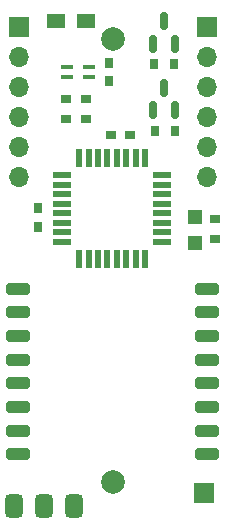
<source format=gbr>
%TF.GenerationSoftware,KiCad,Pcbnew,(6.0.0)*%
%TF.CreationDate,2022-02-07T22:14:36+01:00*%
%TF.ProjectId,LoraTrigger,4c6f7261-5472-4696-9767-65722e6b6963,rev?*%
%TF.SameCoordinates,Original*%
%TF.FileFunction,Soldermask,Top*%
%TF.FilePolarity,Negative*%
%FSLAX46Y46*%
G04 Gerber Fmt 4.6, Leading zero omitted, Abs format (unit mm)*
G04 Created by KiCad (PCBNEW (6.0.0)) date 2022-02-07 22:14:36*
%MOMM*%
%LPD*%
G01*
G04 APERTURE LIST*
G04 Aperture macros list*
%AMRoundRect*
0 Rectangle with rounded corners*
0 $1 Rounding radius*
0 $2 $3 $4 $5 $6 $7 $8 $9 X,Y pos of 4 corners*
0 Add a 4 corners polygon primitive as box body*
4,1,4,$2,$3,$4,$5,$6,$7,$8,$9,$2,$3,0*
0 Add four circle primitives for the rounded corners*
1,1,$1+$1,$2,$3*
1,1,$1+$1,$4,$5*
1,1,$1+$1,$6,$7*
1,1,$1+$1,$8,$9*
0 Add four rect primitives between the rounded corners*
20,1,$1+$1,$2,$3,$4,$5,0*
20,1,$1+$1,$4,$5,$6,$7,0*
20,1,$1+$1,$6,$7,$8,$9,0*
20,1,$1+$1,$8,$9,$2,$3,0*%
G04 Aperture macros list end*
%ADD10R,1.200000X1.200000*%
%ADD11R,1.700000X1.700000*%
%ADD12RoundRect,0.375000X-0.375000X-0.625000X0.375000X-0.625000X0.375000X0.625000X-0.375000X0.625000X0*%
%ADD13RoundRect,0.250000X-0.750000X-0.250000X0.750000X-0.250000X0.750000X0.250000X-0.750000X0.250000X0*%
%ADD14C,2.000000*%
%ADD15R,0.750000X0.900000*%
%ADD16R,0.900000X0.750000*%
%ADD17R,0.900000X0.700000*%
%ADD18R,1.500000X1.250000*%
%ADD19R,0.700000X0.900000*%
%ADD20RoundRect,0.150000X0.150000X-0.587500X0.150000X0.587500X-0.150000X0.587500X-0.150000X-0.587500X0*%
%ADD21R,0.550000X1.600000*%
%ADD22R,1.600000X0.550000*%
%ADD23O,1.700000X1.700000*%
%ADD24R,1.100000X0.300000*%
G04 APERTURE END LIST*
D10*
X115400000Y-59350000D03*
X115400000Y-57150000D03*
D11*
X116205000Y-80518000D03*
D12*
X100110000Y-81552000D03*
X102650000Y-81552000D03*
X105190000Y-81552000D03*
D13*
X116426000Y-75200000D03*
X100426000Y-77200000D03*
X100426000Y-63200000D03*
X100426000Y-65200000D03*
X100426000Y-67200000D03*
X100426000Y-69200000D03*
X100426000Y-71200000D03*
X100426000Y-73200000D03*
X116426000Y-67200000D03*
X116426000Y-65200000D03*
X116426000Y-63200000D03*
X116426000Y-73200000D03*
X116426000Y-71200000D03*
X100426000Y-75200000D03*
X116426000Y-77200000D03*
X116426000Y-69200000D03*
D14*
X108450000Y-42050000D03*
X108450000Y-79550000D03*
D15*
X102100000Y-56400000D03*
X102100000Y-58000000D03*
X108100000Y-45641421D03*
X108100000Y-44041421D03*
D16*
X109900000Y-50200000D03*
X108300000Y-50200000D03*
D17*
X117100000Y-58950000D03*
X117100000Y-57250000D03*
X106200000Y-48850000D03*
X106200000Y-47150000D03*
X104500000Y-48850000D03*
X104500000Y-47150000D03*
D18*
X106150000Y-40525000D03*
X103650000Y-40525000D03*
D19*
X112050000Y-49800000D03*
X113750000Y-49800000D03*
D20*
X111850000Y-42437500D03*
X113750000Y-42437500D03*
X112800000Y-40562500D03*
D21*
X105600000Y-60650000D03*
X106400000Y-60650000D03*
X107200000Y-60650000D03*
X108000000Y-60650000D03*
X108800000Y-60650000D03*
X109600000Y-60650000D03*
X110400000Y-60650000D03*
X111200000Y-60650000D03*
D22*
X112650000Y-59200000D03*
X112650000Y-58400000D03*
X112650000Y-57600000D03*
X112650000Y-56800000D03*
X112650000Y-56000000D03*
X112650000Y-55200000D03*
X112650000Y-54400000D03*
X112650000Y-53600000D03*
D21*
X111200000Y-52150000D03*
X110400000Y-52150000D03*
X109600000Y-52150000D03*
X108800000Y-52150000D03*
X108000000Y-52150000D03*
X107200000Y-52150000D03*
X106400000Y-52150000D03*
X105600000Y-52150000D03*
D22*
X104150000Y-53600000D03*
X104150000Y-54400000D03*
X104150000Y-55200000D03*
X104150000Y-56000000D03*
X104150000Y-56800000D03*
X104150000Y-57600000D03*
X104150000Y-58400000D03*
X104150000Y-59200000D03*
D11*
X100500000Y-41050000D03*
D23*
X100500000Y-43590000D03*
X100500000Y-46130000D03*
X100500000Y-48670000D03*
X100500000Y-51210000D03*
X100500000Y-53750000D03*
D11*
X116400000Y-41050000D03*
D23*
X116400000Y-43590000D03*
X116400000Y-46130000D03*
X116400000Y-48670000D03*
X116400000Y-51210000D03*
X116400000Y-53750000D03*
D19*
X111950000Y-44200000D03*
X113650000Y-44200000D03*
D24*
X104600000Y-44441421D03*
X104600000Y-45241421D03*
X106400000Y-45241421D03*
X106400000Y-44441421D03*
D20*
X111850000Y-48037500D03*
X113750000Y-48037500D03*
X112800000Y-46162500D03*
M02*

</source>
